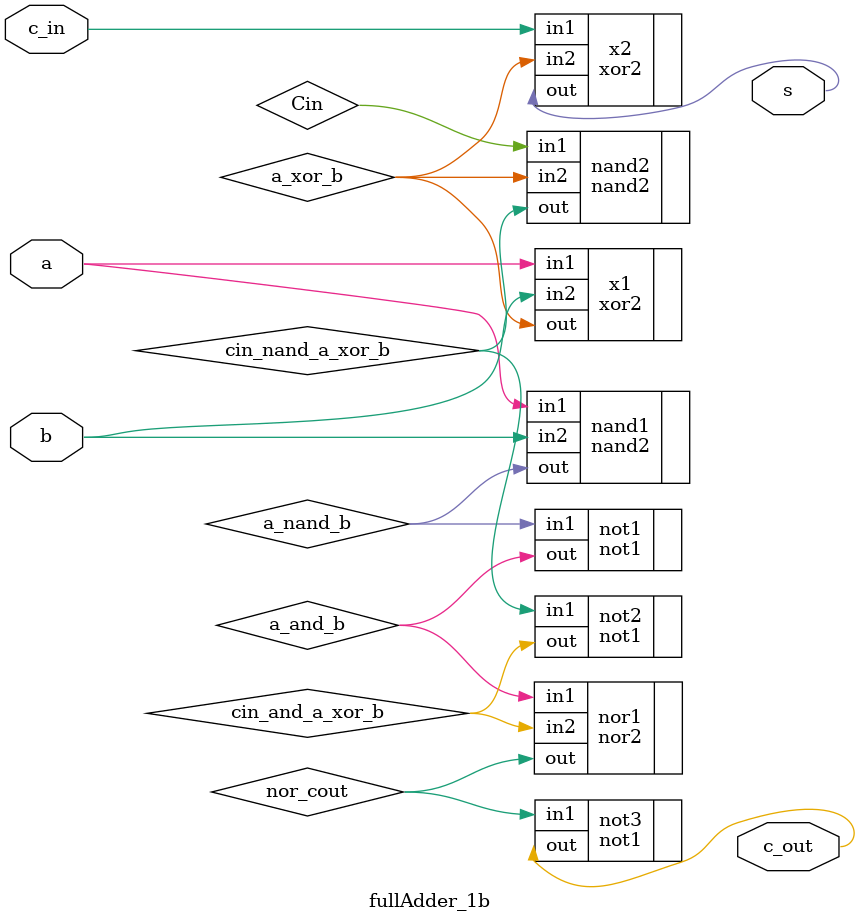
<source format=v>
/*
    CS/ECE 552 FALL '22
    Homework #2, Problem 1
    
    a 1-bit full adder
*/
module fullAdder_1b(s, c_out, a, b, c_in);
    output s;
    output c_out;
	input  a, b;
    input  c_in;

    // YOUR CODE HERE
    wire a_xor_b, a_nand_b, a_and_b, cin_nand_a_xor_b, cin_and_a_xor_b, nor_cout;

    xor2 x1(.out(a_xor_b),.in1(a),.in2(b));
    xor2 x2(.out(s),.in1(c_in),.in2(a_xor_b));

    nand2 nand1(.out(a_nand_b),.in1(a),.in2(b));
    not1 not1(.out(a_and_b),.in1(a_nand_b));

    nand2 nand2(.out(cin_nand_a_xor_b),.in1(Cin), .in2(a_xor_b));
    not1 not2(.out(cin_and_a_xor_b),.in1(cin_nand_a_xor_b));

    nor2 nor1(.out(nor_cout),.in1(a_and_b),.in2(cin_and_a_xor_b));
    not1 not3(.out(c_out),.in1(nor_cout));
endmodule

</source>
